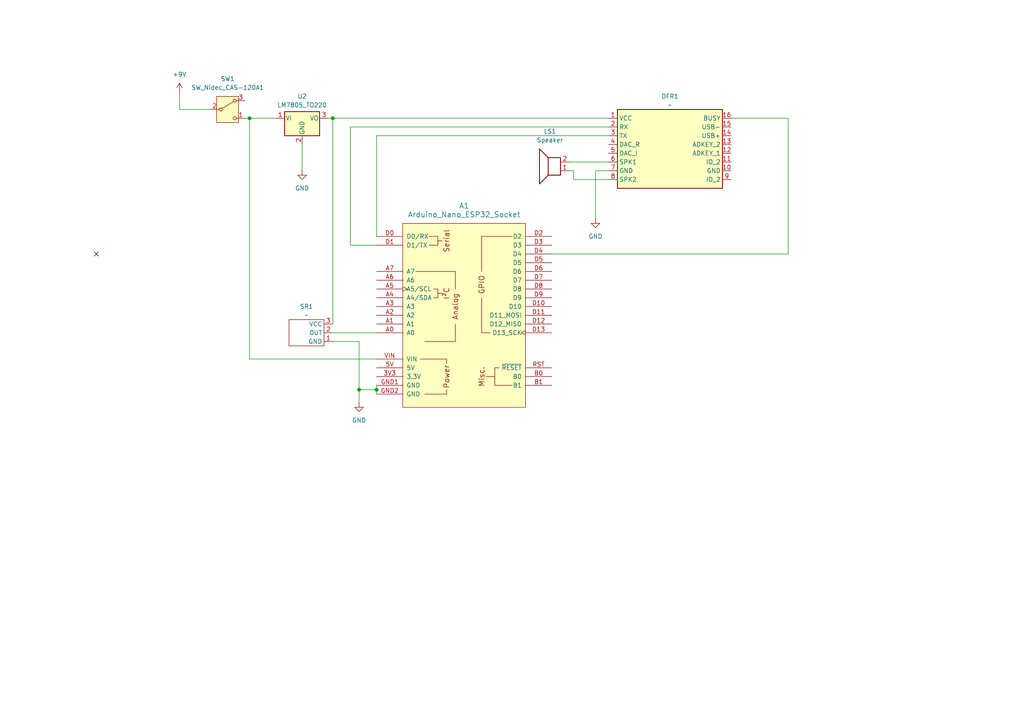
<source format=kicad_sch>
(kicad_sch (version 20250114) (generator "eeschema") (generator_version "9.0")
  (paper "A4")
  (title_block (title "Gargoyle PCB") (date "2025-09-21") (company "Allobreuil"))
  (lib_symbols
    (symbol "Audio:DFPlayer_mini"
      (property "Reference" "DFR1" (at 2.54 12.7 0))
      (property "Value" "~" (at 2.54 10.16 0))
      (symbol "DFPlayer_mini_0_1"
        (rectangle (start -12.7 8.89) (end 17.78 -13.97) (stroke (width 0.254)) (fill (type background)))
      )
      (symbol "DFPlayer_mini_1_1"
        (pin power_in line (at -15.24 6.35 0) (length 2.54) (name "VCC") (number "1"))
        (pin input line (at -15.24 3.81 0) (length 2.54) (name "RX") (number "2"))
        (pin output line (at -15.24 1.27 0) (length 2.54) (name "TX") (number "3"))
        (pin input line (at -15.24 -1.27 0) (length 2.54) (name "DAC_R") (number "4"))
        (pin input line (at -15.24 -3.81 0) (length 2.54) (name "DAC_I") (number "5"))
        (pin output line (at -15.24 -6.35 0) (length 2.54) (name "SPK1") (number "6"))
        (pin power_in line (at -15.24 -8.89 0) (length 2.54) (name "GND") (number "7"))
        (pin output line (at -15.24 -11.43 0) (length 2.54) (name "SPK2") (number "8"))
        (pin output line (at 20.32 6.35 180) (length 2.54) (name "BUSY") (number "16"))
        (pin output line (at 20.32 3.81 180) (length 2.54) (name "USB-") (number "15"))
        (pin output line (at 20.32 1.27 180) (length 2.54) (name "USB+") (number "14"))
        (pin output line (at 20.32 -1.27 180) (length 2.54) (name "ADKEY_2") (number "13"))
        (pin output line (at 20.32 -3.81 180) (length 2.54) (name "ADKEY_1") (number "12"))
        (pin output line (at 20.32 -6.35 180) (length 2.54) (name "IO_2") (number "11"))
        (pin power_in line (at 20.32 -8.89 180) (length 2.54) (name "GND") (number "10"))
        (pin passive line (at 20.32 -11.43 180) (length 2.54) (name "IO_2") (number "9"))
      )
    )
    (symbol "Audio:HC-SR501"
      (property "Reference" "SR1" (at 13.97 -1.9049 0))
      (property "Value" "~" (at 13.97 -3.81 0))
      (symbol "HC-SR501_0_0"
        (pin power_in line (at 0 0 0) (length 2.54) (name "GND") (number "1"))
        (pin output line (at 0 -2.54 0) (length 2.54) (name "OUT") (number "2"))
        (pin power_in line (at 0 -5.08 0) (length 2.54) (name "VCC") (number "3"))
      )
      (symbol "HC-SR501_0_1"
        (rectangle (start 2.54 1.27) (end 12.7 -6.35))
      )
    )
    (symbol "Device:Speaker" (pin_names (offset 0) (hide yes))
      (property "Reference" "LS" (at 1.27 5.715 0))
      (property "Value" "Speaker" (at 1.27 3.81 0))
      (symbol "Speaker_0_0"
        (rectangle (start -2.54 1.27) (end 1.016 -3.81) (stroke (width 0.254)))
        (polyline (pts (xy 1.016 1.27) (xy 3.556 3.81) (xy 3.556 -6.35) (xy 1.016 -3.81)) (stroke (width 0.254)))
      )
      (symbol "Speaker_1_1"
        (pin input line (at -5.08 0 0) (length 2.54) (name "1") (number "1"))
        (pin input line (at -5.08 -2.54 0) (length 2.54) (name "2") (number "2"))
      )
    )
    (symbol "PCM_arduino-library:Arduino_Nano_ESP32_Socket" (pin_names (offset 1.016))
      (property "Reference" "A" (at 0 33.02 0))
      (property "Value" "Arduino_Nano_ESP32_Socket" (at 0 29.21 0))
      (symbol "Arduino_Nano_ESP32_Socket_0_0"
        (rectangle (start -17.78 26.67) (end 17.78 -26.67) (fill (type background)))
        (polyline (pts (xy -11.43 -22.86) (xy -5.08 -22.86) (xy -5.08 -21.59)))
        (polyline (pts (xy -10.16 22.86) (xy -7.62 22.86) (xy -7.62 20.32) (xy -10.16 20.32)))
        (polyline (pts (xy -8.89 7.62) (xy -7.62 7.62) (xy -7.62 5.08) (xy -8.89 5.08)))
        (polyline (pts (xy -7.62 21.59) (xy -6.35 21.59)))
        (polyline (pts (xy -7.62 6.35) (xy -6.35 6.35)))
        (polyline (pts (xy -5.08 -13.97) (xy -5.08 -12.7) (xy -12.7 -12.7)))
        (polyline (pts (xy 8.89 -17.78) (xy 6.35 -17.78)))
        (text "Serial" (at -5.08 21.59 900) (effects (font (size 1.524 1.524))))
        (text "I²C" (at -5.08 6.35 900) (effects (font (size 1.524 1.524))))
        (text "Power" (at -5.08 -17.78 900) (effects (font (size 1.524 1.524))))
        (text "Analog" (at -2.54 2.54 900) (effects (font (size 1.524 1.524))))
        (text "Misc." (at 5.08 -17.78 900) (effects (font (size 1.524 1.524))))
      )
      (symbol "Arduino_Nano_ESP32_Socket_0_1"
        (polyline (pts (xy -13.97 12.7) (xy -2.54 12.7) (xy -2.54 7.62)))
        (polyline (pts (xy -11.43 -7.62) (xy -2.54 -7.62) (xy -2.54 -2.54)))
        (polyline (pts (xy 7.62 -5.08) (xy 5.08 -5.08) (xy 5.08 5.08)))
        (polyline (pts (xy 10.16 -15.24) (xy 8.89 -15.24) (xy 8.89 -20.32) (xy 13.97 -20.32)))
        (polyline (pts (xy 13.97 22.86) (xy 5.08 22.86) (xy 5.08 12.7)))
      )
      (symbol "Arduino_Nano_ESP32_Socket_1_0"
        (text "GPIO" (at 5.08 8.89 900) (effects (font (size 1.524 1.524))))
      )
      (symbol "Arduino_Nano_ESP32_Socket_1_1"
        (pin bidirectional line (at -25.4 22.86 0) (length 7.62) (name "D0/RX") (number "D0"))
        (pin bidirectional line (at -25.4 20.32 0) (length 7.62) (name "D1/TX") (number "D1"))
        (pin input line (at -25.4 12.7 0) (length 7.62) (name "A7") (number "A7"))
        (pin input line (at -25.4 10.16 0) (length 7.62) (name "A6") (number "A6"))
        (pin bidirectional clock (at -25.4 7.62 0) (length 7.62) (name "A5/SCL") (number "A5"))
        (pin bidirectional line (at -25.4 5.08 0) (length 7.62) (name "A4/SDA") (number "A4"))
        (pin bidirectional line (at -25.4 2.54 0) (length 7.62) (name "A3") (number "A3"))
        (pin bidirectional line (at -25.4 0 0) (length 7.62) (name "A2") (number "A2"))
        (pin bidirectional line (at -25.4 -2.54 0) (length 7.62) (name "A1") (number "A1"))
        (pin bidirectional line (at -25.4 -5.08 0) (length 7.62) (name "A0") (number "A0"))
        (pin power_in line (at -25.4 -12.7 0) (length 7.62) (name "VIN") (number "VIN"))
        (pin power_in line (at -25.4 -15.24 0) (length 7.62) (name "5V") (number "5V"))
        (pin power_out line (at -25.4 -17.78 0) (length 7.62) (name "3.3V") (number "3V3"))
        (pin power_in line (at -25.4 -20.32 0) (length 7.62) (name "GND") (number "GND1"))
        (pin power_in line (at -25.4 -22.86 0) (length 7.62) (name "GND") (number "GND2"))
        (pin bidirectional line (at 25.4 22.86 180) (length 7.62) (name "D2") (number "D2"))
        (pin bidirectional line (at 25.4 20.32 180) (length 7.62) (name "D3") (number "D3"))
        (pin bidirectional line (at 25.4 17.78 180) (length 7.62) (name "D4") (number "D4"))
        (pin bidirectional line (at 25.4 15.24 180) (length 7.62) (name "D5") (number "D5"))
        (pin bidirectional line (at 25.4 12.7 180) (length 7.62) (name "D6") (number "D6"))
        (pin bidirectional line (at 25.4 10.16 180) (length 7.62) (name "D7") (number "D7"))
        (pin bidirectional line (at 25.4 7.62 180) (length 7.62) (name "D8") (number "D8"))
        (pin bidirectional line (at 25.4 5.08 180) (length 7.62) (name "D9") (number "D9"))
        (pin bidirectional line (at 25.4 2.54 180) (length 7.62) (name "D10") (number "D10"))
        (pin bidirectional line (at 25.4 0 180) (length 7.62) (name "D11_MOSI") (number "D11"))
        (pin bidirectional line (at 25.4 -2.54 180) (length 7.62) (name "D12_MISO") (number "D12"))
        (pin bidirectional clock (at 25.4 -5.08 180) (length 7.62) (name "D13_SCK") (number "D13"))
        (pin open_collector line (at 25.4 -15.24 180) (length 7.62) (name "~{RESET}") (number "RST"))
        (pin bidirectional line (at 25.4 -17.78 180) (length 7.62) (name "B0") (number "B0"))
        (pin bidirectional line (at 25.4 -20.32 180) (length 7.62) (name "B1") (number "B1"))
      )
    )
    (symbol "Regulator_Linear:LM7805_TO220" (pin_names (offset 0.254))
      (property "Reference" "U" (at -3.81 3.175 0))
      (property "Value" "LM7805_TO220" (at 0 3.175 0))
      (symbol "LM7805_TO220_0_1"
        (rectangle (start -5.08 1.905) (end 5.08 -5.08) (stroke (width 0.254)) (fill (type background)))
      )
      (symbol "LM7805_TO220_1_1"
        (pin power_in line (at -7.62 0 0) (length 2.54) (name "VI") (number "1"))
        (pin power_in line (at 0 -7.62 90) (length 2.54) (name "GND") (number "2"))
        (pin power_out line (at 7.62 0 180) (length 2.54) (name "VO") (number "3"))
      )
    )
    (symbol "Switch:SW_Nidec_CAS-120A1" (pin_names (offset 1) (hide yes))
      (property "Reference" "SW" (at 0 4.318 0))
      (property "Value" "SW_Nidec_CAS-120A1" (at 0 -5.08 0))
      (symbol "SW_Nidec_CAS-120A1_0_1"
        (circle (center -2.032 0) (radius 0.4572))
        (polyline (pts (xy -1.651 0.254) (xy 1.651 2.286)))
        (circle (center 2.032 2.54) (radius 0.4572))
        (circle (center 2.032 -2.54) (radius 0.4572))
      )
      (symbol "SW_Nidec_CAS-120A1_1_1"
        (rectangle (start -3.175 3.81) (end 3.175 -3.81) (fill (type background)))
        (pin passive line (at -5.08 0 0) (length 2.54) (name "B") (number "2"))
        (pin passive line (at 5.08 2.54 180) (length 2.54) (name "A") (number "3"))
        (pin passive line (at 5.08 -2.54 180) (length 2.54) (name "C") (number "1"))
      )
    )
    (symbol "power:+7.5V" (power) (pin_numbers (hide yes)) (pin_names (offset 0) (hide yes))
      (property "Value" "+7.5V" (at 0 3.556 0))
      (symbol "+7.5V_0_1"
        (polyline (pts (xy -0.762 1.27) (xy 0 2.54)))
        (polyline (pts (xy 0 2.54) (xy 0.762 1.27)))
        (polyline (pts (xy 0 0) (xy 0 2.54)))
      )
      (symbol "+7.5V_1_1"
        (pin power_in line (at 0 0 90) (length 0) (name "~") (number "1"))
      )
    )
    (symbol "power:GND" (power) (pin_numbers (hide yes)) (pin_names (offset 0) (hide yes))
      (property "Value" "GND" (at 0 -3.81 0))
      (symbol "GND_0_1"
        (polyline (pts (xy 0 0) (xy 0 -1.27) (xy 1.27 -1.27) (xy 0 -2.54) (xy -1.27 -1.27) (xy 0 -1.27)))
      )
      (symbol "GND_1_1"
        (pin power_in line (at 0 0 270) (length 0) (name "~") (number "1"))
      )
    )
  )
  (junction (at 72.39 34.29))
  (junction (at 96.52 34.29))
  (junction (at 104.14 113.03))
  (junction (at 109.22 113.03))
  (no_connect (at 27.94 73.66))
  (wire (pts (xy 176.53 52.07) (xy 166.37 52.07)))
  (wire (pts (xy 52.07 31.75) (xy 60.96 31.75)))
  (wire (pts (xy 101.6 71.12) (xy 101.6 36.83)))
  (wire (pts (xy 228.6 73.66) (xy 228.6 34.29)))
  (wire (pts (xy 96.52 34.29) (xy 176.53 34.29)))
  (wire (pts (xy 166.37 52.07) (xy 166.37 49.53)))
  (wire (pts (xy 104.14 113.03) (xy 109.22 113.03)))
  (wire (pts (xy 72.39 34.29) (xy 72.39 104.14)))
  (wire (pts (xy 87.63 41.91) (xy 87.63 49.53)))
  (wire (pts (xy 109.22 113.03) (xy 109.22 114.3)))
  (wire (pts (xy 95.25 34.29) (xy 96.52 34.29)))
  (wire (pts (xy 71.12 34.29) (xy 72.39 34.29)))
  (wire (pts (xy 104.14 113.03) (xy 104.14 116.84)))
  (wire (pts (xy 166.37 49.53) (xy 165.1 49.53)))
  (wire (pts (xy 160.02 73.66) (xy 228.6 73.66)))
  (wire (pts (xy 96.52 93.98) (xy 96.52 34.29)))
  (wire (pts (xy 109.22 111.76) (xy 109.22 113.03)))
  (wire (pts (xy 96.52 96.52) (xy 109.22 96.52)))
  (wire (pts (xy 165.1 46.99) (xy 176.53 46.99)))
  (wire (pts (xy 109.22 71.12) (xy 101.6 71.12)))
  (wire (pts (xy 52.07 26.67) (xy 52.07 31.75)))
  (wire (pts (xy 72.39 34.29) (xy 80.01 34.29)))
  (wire (pts (xy 172.72 49.53) (xy 176.53 49.53)))
  (wire (pts (xy 109.22 39.37) (xy 176.53 39.37)))
  (wire (pts (xy 109.22 68.58) (xy 109.22 39.37)))
  (wire (pts (xy 228.6 34.29) (xy 212.09 34.29)))
  (wire (pts (xy 72.39 104.14) (xy 109.22 104.14)))
  (wire (pts (xy 104.14 99.06) (xy 104.14 113.03)))
  (wire (pts (xy 101.6 36.83) (xy 176.53 36.83)))
  (wire (pts (xy 172.72 63.5) (xy 172.72 49.53)))
  (wire (pts (xy 96.52 99.06) (xy 104.14 99.06)))
  (symbol (lib_id "power:+7.5V") (at 52.07 26.67 0) (unit 1)
    (property "Reference" "#PWR04" (effects (hide yes)))
    (property "Value" "+9V" (at 52.07 21.59 0))
    (property "Description" "Power symbol creates a global label with name \"+7.5V\"" (effects (hide yes)))
  )
  (symbol (lib_id "power:GND") (at 87.63 49.53 0) (unit 1)
    (property "Reference" "#PWR07" (effects (hide yes)))
    (property "Value" "GND" (at 87.63 54.61 0))
    (property "Description" "Power symbol creates a global label with name \"GND\" , ground" (effects (hide yes)))
  )
  (symbol (lib_id "PCM_arduino-library:Arduino_Nano_ESP32_Socket") (at 134.62 91.44 0) (unit 1)
    (property "Reference" "A1" (at 134.62 59.69 0) (effects (font (size 1.524 1.524))))
    (property "Value" "Arduino_Nano_ESP32_Socket" (at 134.62 62.23 0) (effects (font (size 1.524 1.524))))
    (property "Footprint" "PCM_arduino-library:Arduino_Nano_ESP32_Socket" (effects (hide yes)))
    (property "Datasheet" "https://docs.arduino.cc/hardware/nano-esp32" (effects (hide yes)))
    (property "Description" "Socket for Arduino Nano ESP32" (effects (hide yes)))
  )
  (symbol (lib_id "power:GND") (at 172.72 63.5 0) (unit 1)
    (property "Reference" "#PWR02" (effects (hide yes)))
    (property "Value" "GND" (at 172.72 68.58 0))
    (property "Description" "Power symbol creates a global label with name \"GND\" , ground" (effects (hide yes)))
  )
  (symbol (lib_id "Switch:SW_Nidec_CAS-120A1") (at 66.04 31.75 0) (unit 1)
    (property "Reference" "SW1" (at 66.04 22.86 0))
    (property "Value" "SW_Nidec_CAS-120A1" (at 66.04 25.4 0))
    (property "Footprint" "Resistor_THT:R_Axial_DIN0204_L3.6mm_D1.6mm_P5.08mm_Vertical" (effects (hide yes)))
    (property "Datasheet" "https://www.nidec-components.com/e/catalog/switch/cas.pdf" (effects (hide yes)))
    (property "Description" "Switch, single pole double throw" (effects (hide yes)))
  )
  (symbol (lib_id "Device:Speaker") (at 160.02 49.53 180) (unit 1)
    (property "Reference" "LS1" (at 159.512 38.1 0))
    (property "Value" "Speaker" (at 159.512 40.64 0))
    (property "Description" "Speaker" (effects (hide yes)))
  )
  (symbol (lib_id "Audio:DFPlayer_mini") (at 191.77 40.64 0) (unit 1)
    (property "Reference" "DFR1" (at 194.31 27.94 0))
    (property "Value" "~" (at 194.31 30.48 0))
    (property "Footprint" "Arduino_Nano:DFPlayer" (effects (hide yes)))
  )
  (symbol (lib_id "Regulator_Linear:LM7805_TO220") (at 87.63 34.29 0) (unit 1)
    (property "Reference" "U2" (at 87.63 27.94 0))
    (property "Value" "LM7805_TO220" (at 87.63 30.48 0))
    (property "Footprint" "Package_TO_SOT_THT:TO-220-3_Vertical" (effects (hide yes)))
    (property "Datasheet" "https://www.onsemi.cn/PowerSolutions/document/MC7800-D.PDF" (effects (hide yes)))
    (property "Description" "Positive 1A 35V Linear Regulator, Fixed Output 5V, TO-220" (effects (hide yes)))
  )
  (symbol (lib_id "Audio:HC-SR501") (at 96.52 99.06 180) (unit 1)
    (property "Reference" "SR1" (at 88.9 88.9 0))
    (property "Value" "~" (at 88.9 91.44 0))
    (property "Footprint" "HC_SR501:HC-SR501" (effects (hide yes)))
  )
  (symbol (lib_id "power:GND") (at 104.14 116.84 0) (unit 1)
    (property "Reference" "#PWR01" (effects (hide yes)))
    (property "Value" "GND" (at 104.14 121.92 0))
    (property "Description" "Power symbol creates a global label with name \"GND\" , ground" (effects (hide yes)))
  )
)
</source>
